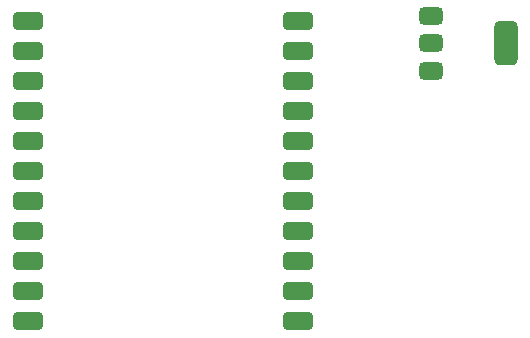
<source format=gbr>
%TF.GenerationSoftware,KiCad,Pcbnew,9.0.0*%
%TF.CreationDate,2025-04-10T22:31:43+05:30*%
%TF.ProjectId,greenhouse_control_assignment_new,67726565-6e68-46f7-9573-655f636f6e74,rev?*%
%TF.SameCoordinates,Original*%
%TF.FileFunction,Paste,Top*%
%TF.FilePolarity,Positive*%
%FSLAX46Y46*%
G04 Gerber Fmt 4.6, Leading zero omitted, Abs format (unit mm)*
G04 Created by KiCad (PCBNEW 9.0.0) date 2025-04-10 22:31:43*
%MOMM*%
%LPD*%
G01*
G04 APERTURE LIST*
G04 Aperture macros list*
%AMRoundRect*
0 Rectangle with rounded corners*
0 $1 Rounding radius*
0 $2 $3 $4 $5 $6 $7 $8 $9 X,Y pos of 4 corners*
0 Add a 4 corners polygon primitive as box body*
4,1,4,$2,$3,$4,$5,$6,$7,$8,$9,$2,$3,0*
0 Add four circle primitives for the rounded corners*
1,1,$1+$1,$2,$3*
1,1,$1+$1,$4,$5*
1,1,$1+$1,$6,$7*
1,1,$1+$1,$8,$9*
0 Add four rect primitives between the rounded corners*
20,1,$1+$1,$2,$3,$4,$5,0*
20,1,$1+$1,$4,$5,$6,$7,0*
20,1,$1+$1,$6,$7,$8,$9,0*
20,1,$1+$1,$8,$9,$2,$3,0*%
G04 Aperture macros list end*
%ADD10RoundRect,0.381000X-0.889000X-0.381000X0.889000X-0.381000X0.889000X0.381000X-0.889000X0.381000X0*%
%ADD11RoundRect,0.375000X-0.625000X-0.375000X0.625000X-0.375000X0.625000X0.375000X-0.625000X0.375000X0*%
%ADD12RoundRect,0.500000X-0.500000X-1.400000X0.500000X-1.400000X0.500000X1.400000X-0.500000X1.400000X0*%
G04 APERTURE END LIST*
D10*
%TO.C,U5*%
X72520000Y-91065000D03*
X72520000Y-93605000D03*
X72520000Y-96145000D03*
X72520000Y-98685000D03*
X72520000Y-101225000D03*
X72520000Y-103765000D03*
X72520000Y-106305000D03*
X72520000Y-108845000D03*
X72520000Y-111385000D03*
X72520000Y-113925000D03*
X72520000Y-116465000D03*
X95380000Y-116465000D03*
X95380000Y-113925000D03*
X95380000Y-111385000D03*
X95380000Y-108845000D03*
X95380000Y-106305000D03*
X95380000Y-103765000D03*
X95380000Y-101225000D03*
X95380000Y-98685000D03*
X95380000Y-96145000D03*
X95380000Y-93605000D03*
X95380000Y-91065000D03*
%TD*%
D11*
%TO.C,U4*%
X106690000Y-90670000D03*
X106690000Y-92970000D03*
D12*
X112990000Y-92970000D03*
D11*
X106690000Y-95270000D03*
%TD*%
M02*

</source>
